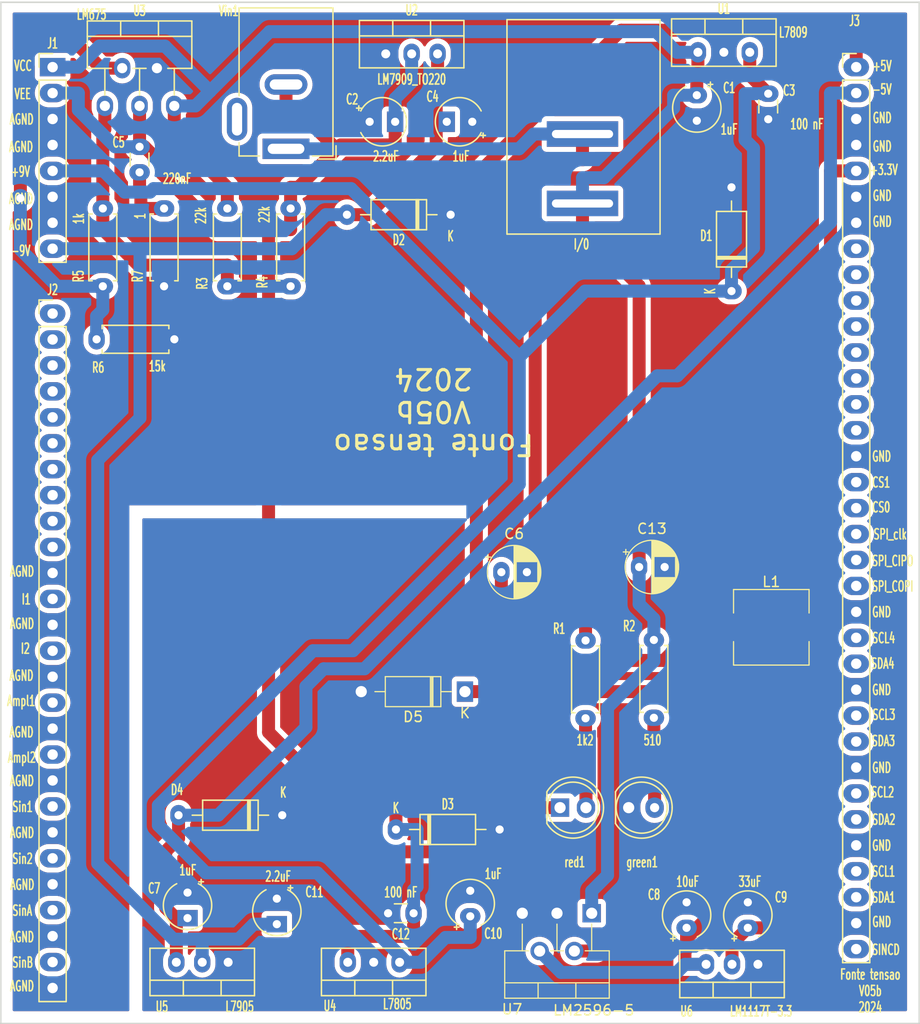
<source format=kicad_pcb>
(kicad_pcb (version 20221018) (generator pcbnew)
  (title_block (title "Barramento do EITduino") (date "2023-08-14") (rev "v02") (company "EITduino") (comment 1 "Autor: Gustavo Pinheiro") (comment 2 "Barramento proposto para uma placa 90x100 mm") (comment 3 "placa de face simples") (comment 4 "Pinos AGND e DGND"))
  (layers (0 "F.Cu" signal) (31 "B.Cu" signal) (34 "B.Paste" user) (35 "F.Paste" user) (36 "B.SilkS" user "B.Silkscreen") (37 "F.SilkS" user "F.Silkscreen") (38 "B.Mask" user) (39 "F.Mask" user) (44 "Edge.Cuts" user))
  (net 0 "")
  (net 1 "+9V")
  (net 2 "-9V")
  (net 3 "+5V")
  (net 4 "-5V")
  (net 5 "+3.3V")
  (net 12 "Earth")
  (net 14 "I1")
  (net 15 "I2")
  (net 16 "Ampl1")
  (net 17 "Ampl2")
  (net 18 "Sin1")
  (net 19 "Sin2")
  (net 20 "SinA")
  (net 21 "SinB")
  (net 23 "SPI_COPI")
  (net 24 "SPI_CIPO")
  (net 25 "SPI_clk")
  (net 26 "CS1")
  (net 27 "CS0")
  (net 28 "SCL3")
  (net 29 "SDA3")
  (net 30 "SCL2")
  (net 31 "SDA2")
  (net 32 "SCL1")
  (net 33 "SDA1")
  (net 34 "VCC")
  (net 35 "VEE")
  (net 46 "SINCD")
  (net 47 "SCL4")
  (net 48 "SDA4")
  (net 49 "Net-(C5-Pad1)")
  (net 50 "Net-(green1-A)")
  (net 51 "Net-(red1-A)")
  (net 52 "Net-(U3-+)")
  (net 53 "Net-(U3--)")
  (net 54 "Vin")
  (net 55 "5V_stepdown")
  (net 56 "Net-(D5-K)")
  (footprint "Diode_THT:D_DO-41_SOD81_P10.16mm_Horizontal" (layer "F.Cu") (at 173.2 79.08 90)
    (fp_text reference "D1")
    (fp_text value "1N5819")
  )
  (footprint "Capacitor_THT:C_Disc_D3.0mm_W1.6mm_P2.50mm" (layer "F.Cu") (at 115.2 67.45 90)
    (fp_text reference "C5")
    (fp_text value "220nF")
  )
  (footprint "Resistor_THT:R_Axial_DIN0207_L6.3mm_D2.5mm_P7.62mm_Horizontal" (layer "F.Cu") (at 117.6 78.61 90)
    (fp_text reference "R7")
    (fp_text value "1")
  )
  (footprint "Package_TO_SOT_THT:TO-220-3_Vertical" (layer "F.Cu") (at 139.3211 55.85)
    (fp_text reference "U2")
    (fp_text value "LM7909_TO220")
  )
  (footprint "Diode_THT:D_DO-41_SOD81_P10.16mm_Horizontal" (layer "F.Cu") (at 147.08 118.3 180)
    (fp_text reference "D5")
    (fp_text value "1N5819")
  )
  (footprint "Resistor_THT:R_Axial_DIN0207_L6.3mm_D2.5mm_P7.62mm_Horizontal" (layer "F.Cu") (at 111.6 70.99 -90)
    (fp_text reference "R5")
    (fp_text value "1k")
  )
  (footprint "Capacitor_THT:CP_Radial_Tantal_D4.5mm_P2.50mm" (layer "F.Cu") (at 147.8 62.5 180)
    (fp_text reference "C4")
    (fp_text value "1uF")
  )
  (footprint "Inductor_SMD:L_7.3x7.3_H4.5" (layer "F.Cu") (at 177.1 112)
    (fp_text reference "L1")
    (fp_text value "33u")
  )
  (footprint "Capacitor_THT:CP_Radial_Tantal_D4.5mm_P2.50mm" (layer "F.Cu") (at 168.8 141.4289 90)
    (fp_text reference "C8")
    (fp_text value "10uF")
  )
  (footprint "Capacitor_THT:CP_Radial_Tantal_D4.5mm_P2.50mm" (layer "F.Cu") (at 169.8 59.9 -90)
    (fp_text reference "C1")
    (fp_text value "1uF")
  )
  (footprint "Resistor_THT:R_Axial_DIN0207_L6.3mm_D2.5mm_P7.62mm_Horizontal" (layer "F.Cu") (at 123.8 70.99 -90)
    (fp_text reference "R3")
    (fp_text value "22k")
  )
  (footprint "Package_TO_SOT_THT:TO-220-5_P3.4x3.7mm_StaggerOdd_Lead3.8mm_Vertical" (layer "F.Cu") (at 111.8 60.95)
    (fp_text reference "U3")
    (fp_text value "LM675")
  )
  (footprint "Resistor_THT:R_Axial_DIN0207_L6.3mm_D2.5mm_P7.62mm_Horizontal" (layer "F.Cu") (at 130 78.61 90)
    (fp_text reference "R4")
    (fp_text value "22k")
  )
  (footprint "Chave_Gangorra:chave gangorra 2 pinos" (layer "F.Cu") (at 166.6 63.7 90)
    (fp_text reference "I/0")
    (fp_text value "Vin")
  )
  (footprint "LED_THT:LED_D5.0mm" (layer "F.Cu") (at 163.125 129.66)
    (fp_text reference "green1")
    (fp_text value "LED")
  )
  (footprint "Connector_PinHeader_2.54mm:PinHeader_1x35_P2.54mm_Vertical" (layer "F.Cu") (at 185.42 57.15)
    (fp_text reference "J3")
    (fp_text value "comunicacao / sinais digitais" hide)
  )
  (footprint "Capacitor_THT:CP_Radial_Tantal_D4.5mm_P2.50mm" (layer "F.Cu") (at 174.8 141.4289 90)
    (fp_text reference "C9")
    (fp_text value "33uF")
  )
  (footprint "Capacitor_THT:CP_Radial_Tantal_D4.5mm_P2.50mm" (layer "F.Cu") (at 128.65 138.5711 -90)
    (fp_text reference "C11")
    (fp_text value "2.2uF")
  )
  (footprint "Package_TO_SOT_THT:TO-220-3_Vertical" (layer "F.Cu") (at 123.88 144.8 180)
    (fp_text reference "U5")
    (fp_text value "L7905")
  )
  (footprint "LED_THT:LED_D5.0mm" (layer "F.Cu") (at 156.4 129.66)
    (fp_text reference "red1")
    (fp_text value "LED")
  )
  (footprint "Capacitor_THT:CP_Radial_Tantal_D4.5mm_P2.50mm" (layer "F.Cu") (at 137.7422 62.5)
    (fp_text reference "C2")
    (fp_text value "2.2uF")
  )
  (footprint "Connector_PinHeader_2.54mm:PinHeader_1x08_P2.54mm_Vertical" (layer "F.Cu") (at 106.68 57.15)
    (fp_text reference "J1")
    (fp_text value "alimentacao analogica" hide)
  )
  (footprint "Connector_PinHeader_2.54mm:PinHeader_1x27_P2.54mm_Vertical" (layer "F.Cu") (at 106.68 81.28)
    (fp_text reference "J2")
    (fp_text value "sinais analogicos" hide)
  )
  (footprint "Diode_THT:D_DO-41_SOD81_P10.16mm_Horizontal" (layer "F.Cu") (at 129.18 130.4 180)
    (fp_text reference "D4")
    (fp_text value "1N5819")
  )
  (footprint "Diode_THT:D_DO-41_SOD81_P10.16mm_Horizontal" (layer "F.Cu") (at 140.32 131.8)
    (fp_text reference "D3")
    (fp_text value "1N5819")
  )
  (footprint "Package_TO_SOT_THT:TO-220-3_Vertical" (layer "F.Cu") (at 175.79 145 180)
    (fp_text reference "U6")
    (fp_text value "LM1117T-3.3")
  )
  (footprint "Capacitor_THT:CP_Radial_D5.0mm_P2.50mm" (layer "F.Cu") (at 150.65 106.6)
    (fp_text reference "C6")
    (fp_text value "220u")
  )
  (footprint "Capacitor_THT:C_Disc_D3.0mm_W1.6mm_P2.50mm" (layer "F.Cu") (at 176.8 59.75 -90)
    (fp_text reference "C3")
    (fp_text value "100 nF")
  )
  (footprint "Capacitor_THT:CP_Radial_D5.0mm_P2.50mm" (layer "F.Cu") (at 164.15 106.1)
    (fp_text reference "C13")
    (fp_text value "680u")
  )
  (footprint "Resistor_THT:R_Axial_DIN0207_L6.3mm_D2.5mm_P7.62mm_Horizontal" (layer "F.Cu") (at 165.5947 113.2412 -90)
    (fp_text reference "R2")
    (fp_text value "510")
  )
  (footprint "Package_TO_SOT_THT:TO-220-5_P3.4x3.7mm_StaggerOdd_Lead3.8mm_Vertical" (layer "F.Cu") (at 159.5 140 180)
    (fp_text reference "U7")
    (fp_text value "LM2596-5")
  )
  (footprint "Capacitor_THT:CP_Radial_Tantal_D4.5mm_P2.50mm" (layer "F.Cu") (at 147.6 140.3 90)
    (fp_text reference "C10")
    (fp_text value "1uF")
  )
  (footprint "Resistor_THT:R_Axial_DIN0207_L6.3mm_D2.5mm_P7.62mm_Horizontal" (layer "F.Cu") (at 110.99 83.8)
    (fp_text reference "R6")
    (fp_text value "15k")
  )
  (footprint "Diode_THT:D_DO-41_SOD81_P10.16mm_Horizontal" (layer "F.Cu") (at 145.68 71.6 180)
    (fp_text reference "D2")
    (fp_text value "1N5819")
  )
  (footprint "Package_TO_SOT_THT:TO-220-3_Vertical" (layer "F.Cu") (at 169.91 55.695)
    (fp_text reference "U1")
    (fp_text value "L7809")
  )
  (footprint "Capacitor_THT:C_Disc_D3.0mm_W1.6mm_P2.50mm" (layer "F.Cu") (at 142.05 140 180)
    (fp_text reference "C12")
    (fp_text value "100 nF")
  )
  (footprint "Capacitor_THT:CP_Radial_Tantal_D4.5mm_P2.50mm" (layer "F.Cu") (at 119.9 137.9786 -90)
    (fp_text reference "C7")
    (fp_text value "1uF")
  )
  (footprint "Package_TO_SOT_THT:TO-220-3_Vertical" (layer "F.Cu") (at 140.68 144.8 180)
    (fp_text reference "U4")
    (fp_text value "L7805")
  )
  (footprint "Connector_BarrelJack:BarrelJack_GCT_DCJ200-10-A_Horizontal" (layer "F.Cu") (at 129.55 65.15 180)
    (fp_text reference "Vin1")
    (fp_text value "Vin")
  )
  (footprint "Resistor_THT:R_Axial_DIN0207_L6.3mm_D2.5mm_P7.62mm_Horizontal" (layer "F.Cu") (at 158.9 113.29 -90)
    (fp_text reference "R1")
    (fp_text value "1k2")
  )
  (gr_line (start 191.6 50.8) (end 101.6 50.8) (stroke (width 0.15)) (layer "Edge.Cuts"))
  (gr_line (start 191.6 150.8) (end 191.6 50.8) (stroke (width 0.15)) (layer "Edge.Cuts"))
  (gr_line (start 191.59982 150.7998) (end 101.6 150.7998) (stroke (width 0.15)) (layer "Edge.Cuts"))
  (gr_line (start 101.6 50.8) (end 101.6 150.7998) (stroke (width 0.15)) (layer "Edge.Cuts"))
  (gr_text "SDA1" (at 186.8967 138.452966) (layer "F.SilkS") (effects (font (size 1 0.6) (thickness 0.15) bold) (justify left)))
  (gr_text "AGND" (at 102.314418 64.968158) (layer "F.SilkS") (effects (font (size 1 0.6) (thickness 0.15) bold) (justify left)))
  (gr_text "SinA" (at 102.652955 139.742119) (layer "F.SilkS") (effects (font (size 1 0.6) (thickness 0.15) bold) (justify left)))
  (gr_text "SPI_CIPO\n" (at 189 105.5) (layer "F.SilkS") (effects (font (size 1 0.6) (thickness 0.15) bold)))
  (gr_text "GND" (at 186.8967 118.132966) (layer "F.SilkS") (effects (font (size 1 0.6) (thickness 0.15) bold) (justify left)))
  (gr_text "CS1" (at 186.8967 97.812966) (layer "F.SilkS") (effects (font (size 1 0.6) (thickness 0.15) bold) (justify left)))
  (gr_text "GND" (at 186.955818 72.866258) (layer "F.SilkS") (effects (font (size 1 0.6) (thickness 0.15) bold) (justify left bottom)))
  (gr_text "-9V" (at 102.568418 75.128158) (layer "F.SilkS") (effects (font (size 1 0.6) (thickness 0.15) bold) (justify left)))
  (gr_text "AGND" (at 102.441415 137.208672) (layer "F.SilkS") (effects (font (size 1 0.6) (thickness 0.15) bold) (justify left)))
  (gr_text "AGND" (at 102.415048 112.238762) (layer "F.SilkS") (effects (font (size 1 0.6) (thickness 0.15) bold) (justify left bottom)))
  (gr_text "GND" (at 186.8967 125.752966) (layer "F.SilkS") (effects (font (size 1 0.6) (thickness 0.15) bold) (justify left)))
  (gr_text "+3.3V" (at 186.701818 67.786258) (layer "F.SilkS") (effects (font (size 1 0.6) (thickness 0.15) bold) (justify left bottom)))
  (gr_text "GND" (at 186.955818 65.500258) (layer "F.SilkS") (effects (font (size 1 0.6) (thickness 0.15) bold) (justify left bottom)))
  (gr_text "AGND" (at 102.314418 72.588158) (layer "F.SilkS") (effects (font (size 1 0.6) (thickness 0.15) bold) (justify left)))
  (gr_text "GND" (at 186.8967 110.512966) (layer "F.SilkS") (effects (font (size 1 0.6) (thickness 0.15) bold) (justify left)))
  (gr_text "AGND" (at 102.408342 147.725608) (layer "F.SilkS") (effects (font (size 1 0.6) (thickness 0.15) bold) (justify left bottom)))
  (gr_text "Sin1" (at 102.652955 129.582119) (layer "F.SilkS") (effects (font (size 1 0.6) (thickness 0.15) bold) (justify left)))
  (gr_text "AGND" (at 102.414926 132.122118) (layer "F.SilkS") (effects (font (size 1 0.6) (thickness 0.15) bold) (justify left)))
  (gr_text "+5V\n" (at 186.955818 57.626258) (layer "F.SilkS") (effects (font (size 1 0.6) (thickness 0.15) bold) (justify left bottom)))
  (gr_text "SCL2" (at 186.7967 128.152966) (layer "F.SilkS") (effects (font (size 1 0.6) (thickness 0.15) bold) (justify left)))
  (gr_text "-5V" (at 186.955818 59.912258) (layer "F.SilkS") (effects (font (size 1 0.6) (thickness 0.15) bold) (justify left bottom)))
  (gr_text "AGND" (at 102.373918 62.266501) (layer "F.SilkS") (effects (font (size 1 0.6) (thickness 0.15) bold) (justify left)))
  (gr_text "Fonte tensao\nV05b\n2024" (at 144 86.5 180) (layer "F.SilkS") (effects (font (size 2 2) (thickness 0.3)) (justify bottom)))
  (gr_text "SDA3" (at 186.859509 123.716321) (layer "F.SilkS") (effects (font (size 1 0.6) (thickness 0.15) bold) (justify left bottom)))
  (gr_text "SDA4\n" (at 186.7967 115.552966) (layer "F.SilkS") (effects (font (size 1 0.6) (thickness 0.15) bold) (justify left)))
  (gr_text "Ampl2" (at 102.190097 124.753588) (layer "F.SilkS") (effects (font (size 1 0.6) (thickness 0.15) bold) (justify left)))
  (gr_text "GND" (at 186.955818 62.706258) (layer "F.SilkS") (effects (font (size 1 0.6) (thickness 0.15) bold) (justify left bottom)))
  (gr_text "SINCD" (at 186.89297 143.574095) (layer "F.SilkS") (effects (font (size 1 0.6) (thickness 0.15) bold) (justify left)))
  (gr_text "AGND" (at 102.314418 70.048158) (layer "F.SilkS") (effects (font (size 1 0.6) (thickness 0.15) bold) (justify left)))
  (gr_text "CS0" (at 186.8967 100.25) (layer "F.SilkS") (effects (font (size 1 0.6) (thickness 0.15) bold) (justify left)))
  (gr_text "VCC" (at 102.822418 57.602158) (layer "F.SilkS") (effects (font (size 1 0.6) (thickness 0.15) bold) (justify left bottom)))
  (gr_text "VEE\n" (at 102.855208 59.778606) (layer "F.SilkS") (effects (font (size 1 0.6) (thickness 0.15) bold) (justify left)))
  (gr_text "I2\n" (at 103.481993 114.67284) (layer "F.SilkS") (effects (font (size 1 0.6) (thickness 0.15) bold) (justify left bottom)))
  (gr_text "SCL4\n" (at 186.8967 113.052966) (layer "F.SilkS") (effects (font (size 1 0.6) (thickness 0.15) bold) (justify left)))
  (gr_text "GND" (at 186.955818 70.326258) (layer "F.SilkS") (effects (font (size 1 0.6) (thickness 0.15) bold) (justify left bottom)))
  (gr_text "SinB" (at 102.652955 144.822119) (layer "F.SilkS") (effects (font (size 1 0.6) (thickness 0.15) bold) (justify left)))
  (gr_text "AGND" (at 102.401941 127.042119) (layer "F.SilkS") (effects (font (size 1 0.6) (thickness 0.15) bold) (justify left)))
  (gr_text "SDA2" (at 186.8967 130.832966) (layer "F.SilkS") (effects (font (size 1 0.6) (thickness 0.15) bold) (justify left)))
  (gr_text "SPI_clk\n" (at 188.75 102.892966) (layer "F.SilkS") (effects (font (size 1 0.6) (thickness 0.15) bold)))
  (gr_text "GND" (at 186.8967 95.272966) (layer "F.SilkS") (effects (font (size 1 0.6) (thickness 0.15) bold) (justify left)))
  (gr_text "AGND" (at 102.352029 117.31861) (layer "F.SilkS") (effects (font (size 1 0.6) (thickness 0.15) bold) (justify left bottom)))
  (gr_text "I1" (at 103.565958 109.262271) (layer "F.SilkS") (effects (font (size 1 0.6) (thickness 0.15) bold) (justify left)))
  (gr_text "GND" (at 186.9078 141.435253) (layer "F.SilkS") (effects (font (size 1 0.6) (thickness 0.15) bold) (justify left bottom)))
  (gr_text "AGND" (at 102.355457 122.273179) (layer "F.SilkS") (effects (font (size 1 0.6) (thickness 0.15) bold) (justify left)))
  (gr_text "AGND" (at 102.408342 142.334851) (layer "F.SilkS") (effects (font (size 1 0.6) (thickness 0.15) bold) (justify left)))
  (gr_text "Sin2\n" (at 102.652955 134.662119) (layer "F.SilkS") (effects (font (size 1 0.6) (thickness 0.15) bold) (justify left)))
  (gr_text "+9V\n" (at 102.53014 67.379378) (layer "F.SilkS") (effects (font (size 1 0.6) (thickness 0.15) bold) (justify left)))
  (gr_text "AGND" (at 102.415048 107.119197) (layer "F.SilkS") (effects (font (size 1 0.6) (thickness 0.15) bold) (justify left bottom)))
  (gr_text "GND" (at 186.8967 133.372966) (layer "F.SilkS") (effects (font (size 1 0.6) (thickness 0.15) bold) (justify left)))
  (gr_text "Fonte tensao\nV05b\n2024" (at 186.8 149.8) (layer "F.SilkS") (effects (font (size 1 0.6) (thickness 0.15) bold) (justify bottom)))
  (gr_text "SCL1\n" (at 186.8967 135.912966) (layer "F.SilkS") (effects (font (size 1 0.6) (thickness 0.15) bold) (justify left)))
  (gr_text "SPI_COPI\n" (at 189 108) (layer "F.SilkS") (effects (font (size 1 0.6) (thickness 0.15) bold)))
  (gr_text "SCL3" (at 186.923306 121.14851) (layer "F.SilkS") (effects (font (size 1 0.6) (thickness 0.15) bold) (justify left bottom)))
  (gr_text "Ampl1" (at 102.123953 119.79277) (layer "F.SilkS") (effects (font (size 1 0.6) (thickness 0.15) bold) (justify left bottom)))
  (segment (start 176.8 59.75) (end 175.015 57.965) (width 1.27) (layer "F.Cu") (net 1))
  (segment (start 175.015 57.965) (end 174.99 57.965) (width 1.27) (layer "F.Cu") (net 1))
  (segment (start 174.99 55.695) (end 174.99 57.965) (width 1.27) (layer "F.Cu") (net 1))
  (segment (start 152.4055 85.5282) (end 158.8537 79.08) (width 1.27) (layer "B.Cu") (net 1))
  (segment (start 117.0409 131.3835) (end 117.0409 129.442597) (width 1.27) (layer "B.Cu") (net 1))
  (segment (start 175.3559 74.8541) (end 173.2 77.01) (width 1.27) (layer "B.Cu") (net 1))
  (segment (start 141.715 144.8) (end 141.3708 144.8) (width 1.27) (layer "B.Cu") (net 1))
  (segment (start 174.53 64.2739) (end 175.3559 65.0998) (width 1.27) (layer "B.Cu") (net 1))
  (segment (start 141.3708 144.8) (end 132.614 136.0432) (width 1.27) (layer "B.Cu") (net 1))
  (segment (start 135.9235 69.0462) (end 152.4055 85.5282) (width 1.27) (layer "B.Cu") (net 1))
  (segment (start 176.8 59.75) (end 174.53 59.75) (width 1.27) (layer "B.Cu") (net 1))
  (segment (start 117.0409 129.442597) (end 132.188497 114.295) (width 1.27) (layer "B.Cu") (net 1))
  (segment (start 175.3559 65.0998) (end 175.3559 74.8541) (width 1.27) (layer "B.Cu") (net 1))
  (segment (start 132.614 136.0432) (end 121.7006 136.0432) (width 1.27) (layer "B.Cu") (net 1))
  (segment (start 116.5738 69.0462) (end 135.9235 69.0462) (width 1.27) (layer "B.Cu") (net 1))
  (segment (start 174.53 59.75) (end 174.53 64.2739) (width 1.27) (layer "B.Cu") (net 1))
  (segment (start 116.2327 69.3873) (end 116.5738 69.0462) (width 1.27) (layer "B.Cu") (net 1))
  (segment (start 132.188497 114.295) (end 136.105 114.295) (width 1.27) (layer "B.Cu") (net 1))
  (segment (start 158.8537 79.08) (end 173.2 79.08) (width 1.27) (layer "B.Cu") (net 1))
  (segment (start 145.18 142.37) (end 142.75 144.8) (width 1.27) (layer "B.Cu") (net 1))
  (segment (start 173.2 79.08) (end 173.2 77.01) (width 1.27) (layer "B.Cu") (net 1))
  (segment (start 113.7374 69.3873) (end 116.2327 69.3873) (width 1.27) (layer "B.Cu") (net 1))
  (segment (start 147.6 140.3) (end 147.6 142.37) (width 1.27) (layer "B.Cu") (net 1))
  (segment (start 136.105 114.295) (end 152.4055 97.9945) (width 1.27) (layer "B.Cu") (net 1))
  (segment (start 152.4055 97.9945) (end 152.4055 85.5282) (width 1.27) (layer "B.Cu") (net 1))
  (segment (start 106.68 67.31) (end 111.6601 67.31) (width 1.27) (layer "B.Cu") (net 1))
  (segment (start 140.68 144.8) (end 141.715 144.8) (width 1.27) (layer "B.Cu") (net 1))
  (segment (start 121.7006 136.0432) (end 117.0409 131.3835) (width 1.27) (layer "B.Cu") (net 1))
  (segment (start 111.6601 67.31) (end 113.7374 69.3873) (width 1.27) (layer "B.Cu") (net 1))
  (segment (start 141.715 144.8) (end 142.75 144.8) (width 1.27) (layer "B.Cu") (net 1))
  (segment (start 147.6 142.37) (end 145.18 142.37) (width 1.27) (layer "B.Cu") (net 1))
  (segment (start 144.265 58.2561) (end 144.4011 58.12) (width 1.27) (layer "F.Cu") (net 2))
  (segment (start 144.265 62.5) (end 144.265 58.2561) (width 1.27) (layer "F.Cu") (net 2))
  (segment (start 144.4011 55.85) (end 144.4011 58.12) (width 1.27) (layer "F.Cu") (net 2))
  (segment (start 135.52 71.6) (end 137.59 71.6) (width 1.27) (layer "F.Cu") (net 2))
  (segment (start 144.265 64.925) (end 144.265 62.5) (width 1.27) (layer "F.Cu") (net 2))
  (segment (start 137.59 71.6) (end 144.265 64.925) (width 1.27) (layer "F.Cu") (net 2))
  (segment (start 145.3 62.5) (end 144.265 62.5) (width 1.27) (layer "F.Cu") (net 2))
  (segment (start 124.9211 142.53) (end 126.38 141.0711) (width 1.27) (layer "B.Cu") (net 2))
  (segment (start 118.5151 142.5393) (end 121.2147 142.5393) (width 1.27) (layer "B.Cu") (net 2))
  (segment (start 115.243 91.5) (end 111.1 95.643) (width 1.27) (layer "B.Cu") (net 2))
  (segment (start 121.34 144.8) (end 121.34 143.0399) (width 1.27) (layer "B.Cu") (net 2))
  (segment (start 115.243 74.93) (end 115.243 91.5) (width 1.27) (layer "B.Cu") (net 2))
  (segment (start 115.243 74.93) (end 130.12 74.93) (width 1.27) (layer "B.Cu") (net 2))
  (segment (start 121.34 142.6646) (end 121.34 142.53) (width 1.27) (layer "B.Cu") (net 2))
  (segment (start 121.2147 142.5393) (end 121.34 142.6646) (width 1.27) (layer "B.Cu") (net 2))
  (segment (start 106.68 74.93) (end 109.2 74.93) (width 1.27) (layer "B.Cu") (net 2))
  (segment (start 130.12 74.93) (end 133.45 71.6) (width 1.27) (layer "B.Cu") (net 2))
  (segment (start 121.34 142.53) (end 124.9211 142.53) (width 1.27) (layer "B.Cu") (net 2))
  (segment (start 111.1 95.643) (end 111.1 135.1242) (width 1.27) (layer "B.Cu") (net 2))
  (segment (start 135.52 71.6) (end 133.45 71.6) (width 1.27) (layer "B.Cu") (net 2))
  (segment (start 109.2 74.93) (end 115.243 74.93) (width 1.27) (layer "B.Cu") (net 2))
  (segment (start 121.34 143.0399) (end 121.34 142.6646) (width 1.27) (layer "B.Cu") (net 2))
  (segment (start 128.65 141.0711) (end 126.38 141.0711) (width 1.27) (layer "B.Cu") (net 2))
  (segment (start 111.1 135.1242) (end 118.5151 142.5393) (width 1.27) (layer "B.Cu") (net 2))
  (segment (start 148.7146 72.5656) (end 148.2 73.0802) (width 1.27) (layer "F.Cu") (net 3))
  (segment (start 183.9732 53.5332) (end 162.3971 53.5332) (width 1.27) (layer "F.Cu") (net 3))
  (segment (start 142.05 140) (end 142.05 142.27) (width 1.27) (layer "F.Cu") (net 3))
  (segment (start 162.3971 53.5332) (end 148.7146 67.2157) (width 1.27) (layer "F.Cu") (net 3))
  (segment (start 148.2 73.0802) (end 148.2 112.71) (width 1.27) (layer "F.Cu") (net 3))
  (segment (start 185.42 54.98) (end 183.9732 53.5332) (width 1.27) (layer "F.Cu") (net 3))
  (segment (start 140.32 120.59) (end 140.32 131.8) (width 1.27) (layer "F.Cu") (net 3))
  (segment (start 148.2 112.71) (end 140.32 120.59) (width 1.27) (layer "F.Cu") (net 3))
  (segment (start 185.42 57.15) (end 185.42 54.98) (width 1.27) (layer "F.Cu") (net 3))
  (segment (start 142.05 142.27) (end 135.86 142.27) (width 1.27) (layer "F.Cu") (net 3))
  (segment (start 135.86 142.27) (end 135.6 142.53) (width 1.27) (layer "F.Cu") (net 3))
  (segment (start 148.7146 67.2157) (end 148.7146 72.5656) (width 1.27) (layer "F.Cu") (net 3))
  (segment (start 135.6 144.8) (end 135.6 142.53) (width 1.27) (layer "F.Cu") (net 3))
  (segment (start 140.32 131.8) (end 142.39 131.8) (width 1.27) (layer "B.Cu") (net 3))
  (segment (start 142.05 137.73) (end 142.39 137.39) (width 1.27) (layer "B.Cu") (net 3))
  (segment (start 142.39 137.39) (end 142.39 131.8) (width 1.27) (layer "B.Cu") (net 3))
  (segment (start 142.05 140) (end 142.05 137.73) (width 1.27) (layer "B.Cu") (net 3))
  (segment (start 119.02 132.67) (end 117.7591 133.9309) (width 1.27) (layer "F.Cu") (net 4))
  (segment (start 118.8 140.5136) (end 118.8 144.8) (width 1.27) (layer "F.Cu") (net 4))
  (segment (start 117.7591 133.9309) (end 117.7591 139.4727) (width 1.27) (layer "F.Cu") (net 4))
  (segment (start 119.9 140.4786) (end 118.765 140.4786) (width 1.27) (layer "F.Cu") (net 4))
  (segment (start 118.765 140.4786) (end 118.8 140.5136) (width 1.27) (layer "F.Cu") (net 4))
  (segment (start 117.7591 139.4727) (end 118.765 140.4786) (width 1.27) (layer "F.Cu") (net 4))
  (segment (start 119.02 130.4) (end 119.02 132.67) (width 1.27) (layer "F.Cu") (net 4))
  (segment (start 165.9233 87.3767) (end 167.8792 87.3767) (width 1.27) (layer "B.Cu") (net 4))
  (segment (start 137.235 116.065) (end 165.9233 87.3767) (width 1.27) (layer "B.Cu") (net 4))
  (segment (start 119.02 130.4) (end 122.9 130.4) (width 1.27) (layer "B.Cu") (net 4))
  (segment (start 167.8792 87.3767) (end 182.9 72.3559) (width 1.27) (layer "B.Cu") (net 4))
  (segment (start 133.235 116.065) (end 137.235 116.065) (width 1.27) (layer "B.Cu") (net 4))
  (segment (start 182.9 72.3559) (end 182.9 59.69) (width 1.27) (layer "B.Cu") (net 4))
  (segment (start 131.5 121.8) (end 131.5 117.8) (width 1.27) (layer "B.Cu") (net 4))
  (segment (start 131.5 117.8) (end 133.235 116.065) (width 1.27) (layer "B.Cu") (net 4))
  (segment (start 122.9 130.4) (end 131.5 121.8) (width 1.27) (layer "B.Cu") (net 4))
  (segment (start 182.9 59.69) (end 185.42 59.69) (width 1.27) (layer "B.Cu") (net 4))
  (segment (start 185.42 67.31) (end 182.9 67.31) (width 1.27) (layer "F.Cu") (net 5))
  (segment (start 173.25 142.73) (end 173.4989 142.73) (width 1.27) (layer "F.Cu") (net 5))
  (segment (start 182.9 135.5989) (end 177.07 141.4289) (width 1.27) (layer "F.Cu") (net 5))
  (segment (start 173.25 145) (end 173.25 142.73) (width 1.27) (layer "F.Cu") (net 5))
  (segment (start 182.9 67.31) (end 182.9 135.5989) (width 1.27) (layer "F.Cu") (net 5))
  (segment (start 173.4989 142.73) (end 174.8 141.4289) (width 1.27) (layer "F.Cu") (net 5))
  (segment (start 174.8 141.4289) (end 177.07 141.4289) (width 1.27) (layer "F.Cu") (net 5))
  (segment (start 123.8 68.92) (end 118.6 63.72) (width 1.27) (layer "F.Cu") (net 34))
  (segment (start 164.15 78.57) (end 164.15 106.1) (width 1.27) (layer "F.Cu") (net 34))
  (segment (start 158.6 73.02) (end 164.15 78.57) (width 1.27) (layer "F.Cu") (net 34))
  (segment (start 169.8 58.075) (end 169.8 59.9) (width 1.27) (layer "F.Cu") (net 34))
  (segment (start 118.6 63.72) (end 118.6 60.95) (width 1.27) (layer "F.Cu") (net 34))
  (segment (start 123.8 70.99) (end 123.8 68.92) (width 1.27) (layer "F.Cu") (net 34))
  (segment (start 169.91 55.695) (end 169.91 57.965) (width 1.27) (layer "F.Cu") (net 34))
  (segment (start 158.6 70.5) (end 158.6 73.02) (width 1.27) (layer "F.Cu") (net 34))
  (segment (start 169.91 57.965) (end 169.8 58.075) (width 1.27) (layer "F.Cu") (net 34))
  (segment (start 164.15 109.7265) (end 165.5947 111.1712) (width 1.27) (layer "B.Cu") (net 34))
  (segment (start 165.5947 113.2412) (end 165.5947 111.1712) (width 1.27) (layer "B.Cu") (net 34))
  (segment (start 161.0523 119.8536) (end 161.0523 136.2777) (width 1.27) (layer "B.Cu") (net 34))
  (segment (start 127.9432 53.6768) (end 122.1078 59.5122) (width 1.27) (layer "B.Cu") (net 34))
  (segment (start 111.2567 55.0933) (end 109.2 57.15) (width 1.27) (layer "B.Cu") (net 34))
  (segment (start 165.5947 113.2412) (end 165.5947 115.3112) (width 1.27) (layer "B.Cu") (net 34))
  (segment (start 159.5 140) (end 159.5 137.83) (width 1.27) (layer "B.Cu") (net 34))
  (segment (start 122.1078 59.5122) (end 117.6889 55.0933) (width 1.27) (layer "B.Cu") (net 34))
  (segment (start 165.5947 115.3112) (end 161.0523 119.8536) (width 1.27) (layer "B.Cu") (net 34))
  (segment (start 106.68 57.15) (end 109.2 57.15) (width 1.27) (layer "B.Cu") (net 34))
  (segment (start 165.8218 53.6768) (end 127.9432 53.6768) (width 1.27) (layer "B.Cu") (net 34))
  (segment (start 161.0523 136.2777) (end 159.5 137.83) (width 1.27) (layer "B.Cu") (net 34))
  (segment (start 117.6889 55.0933) (end 111.2567 55.0933) (width 1.27) (layer "B.Cu") (net 34))
  (segment (start 169.91 55.695) (end 167.84 55.695) (width 1.27) (layer "B.Cu") (net 34))
  (segment (start 167.53 61.1525) (end 160.7025 67.98) (width 1.27) (layer "B.Cu") (net 34))
  (segment (start 122.1078 59.5122) (end 120.67 60.95) (width 1.27) (layer "B.Cu") (net 34))
  (segment (start 118.6 60.95) (end 120.67 60.95) (width 1.27) (layer "B.Cu") (net 34))
  (segment (start 167.53 59.9) (end 167.53 61.1525) (width 1.27) (layer "B.Cu") (net 34))
  (segment (start 158.6 70.5) (end 158.6 67.98) (width 1.27) (layer "B.Cu") (net 34))
  (segment (start 169.8 59.9) (end 167.53 59.9) (width 1.27) (layer "B.Cu") (net 34))
  (segment (start 164.15 106.1) (end 164.15 109.7265) (width 1.27) (layer "B.Cu") (net 34))
  (segment (start 167.84 55.695) (end 165.8218 53.6768) (width 1.27) (layer "B.Cu") (net 34))
  (segment (start 160.7025 67.98) (end 158.6 67.98) (width 1.27) (layer "B.Cu") (net 34))
  (segment (start 134.5027 65.1788) (end 130.7615 68.92) (width 1.27) (layer "F.Cu") (net 35))
  (segment (start 140.2422 62.5) (end 140.2422 64.77) (width 1.27) (layer "F.Cu") (net 35))
  (segment (start 117.3987 66.666) (end 115.6827 64.95) (width 1.27) (layer "F.Cu") (net 35))
  (segment (start 115.6827 64.95) (end 115.2 64.95) (width 1.27) (layer "F.Cu") (net 35))
  (segment (start 129.55 58.85) (end 129.55 61.12) (width 1.27) (layer "F.Cu") (net 35))
  (segment (start 115.2 60.95) (end 115.2 64.95) (width 1.27) (layer "F.Cu") (net 35))
  (segment (start 130.7615 68.92) (end 130 68.92) (width 1.27) (layer "F.Cu") (net 35))
  (segment (start 134.9115 64.77) (end 134.5027 65.1788) (width 1.27) (layer "F.Cu") (net 35))
  (segment (start 139.5479 133.9858) (end 151.2604 133.9858) (width 1.27) (layer "F.Cu") (net 35))
  (segment (start 151.2604 133.9858) (end 154.23 131.0162) (width 1.27) (layer "F.Cu") (net 35))
  (segment (start 122.8772 73.06) (end 117.3987 67.5815) (width 1.27) (layer "F.Cu") (net 35))
  (segment (start 127.8394 73.06) (end 127.8394 122.2773) (width 1.27) (layer "F.Cu") (net 35))
  (segment (start 154.23 131.0162) (end 154.23 129.66) (width 1.27) (layer "F.Cu") (net 35))
  (segment (start 130 70.99) (end 130 73.06) (width 1.27) (layer "F.Cu") (net 35))
  (segment (start 156.4 129.66) (end 154.23 129.66) (width 1.27) (layer "F.Cu") (net 35))
  (segment (start 130 73.06) (end 127.8394 73.06) (width 1.27) (layer "F.Cu") (net 35))
  (segment (start 117.3987 67.5815) (end 117.3987 66.666) (width 1.27) (layer "F.Cu") (net 35))
  (segment (start 130 70.99) (end 130 68.92) (width 1.27) (layer "F.Cu") (net 35))
  (segment (start 130.4438 61.12) (end 134.5027 65.1788) (width 1.27) (layer "F.Cu") (net 35))
  (segment (start 129.55 61.12) (end 130.4438 61.12) (width 1.27) (layer "F.Cu") (net 35))
  (segment (start 140.2422 64.77) (end 134.9115 64.77) (width 1.27) (layer "F.Cu") (net 35))
  (segment (start 127.8394 73.06) (end 122.8772 73.06) (width 1.27) (layer "F.Cu") (net 35))
  (segment (start 127.8394 122.2773) (end 139.5479 133.9858) (width 1.27) (layer "F.Cu") (net 35))
  (segment (start 109.2 61.3379) (end 112.8121 64.95) (width 1.27) (layer "B.Cu") (net 35))
  (segment (start 140.2422 62.5) (end 140.2422 60.23) (width 1.27) (layer "B.Cu") (net 35))
  (segment (start 140.2422 60.23) (end 141.8611 58.6111) (width 1.27) (layer "B.Cu") (net 35))
  (segment (start 109.2 59.69) (end 109.2 61.3379) (width 1.27) (layer "B.Cu") (net 35))
  (segment (start 112.8121 64.95) (end 115.2 64.95) (width 1.27) (layer "B.Cu") (net 35))
  (segment (start 106.68 59.69) (end 109.2 59.69) (width 1.27) (layer "B.Cu") (net 35))
  (segment (start 141.8611 58.6111) (end 141.8611 55.85) (width 1.27) (layer "B.Cu") (net 35))
  (segment (start 115.33 70.99) (end 115.33 69.65) (width 1.27) (layer "F.Cu") (net 49))
  (segment (start 117.6 70.99) (end 115.33 70.99) (width 1.27) (layer "F.Cu") (net 49))
  (segment (start 115.2 67.45) (end 115.2 69.52) (width 1.27) (layer "F.Cu") (net 49))
  (segment (start 115.33 69.65) (end 115.2 69.52) (width 1.27) (layer "F.Cu") (net 49))
  (segment (start 165.665 129.66) (end 165.665 123.0015) (width 1.27) (layer "F.Cu") (net 50))
  (segment (start 165.665 123.0015) (end 165.5947 122.9312) (width 1.27) (layer "F.Cu") (net 50))
  (segment (start 165.5947 120.8612) (end 165.5947 122.9312) (width 1.27) (layer "F.Cu") (net 50))
  (segment (start 158.94 129.66) (end 158.94 123.02) (width 1.27) (layer "F.Cu") (net 51))
  (segment (start 158.94 123.02) (end 158.9 122.98) (width 1.27) (layer "F.Cu") (net 51))
  (segment (start 158.9 120.91) (end 158.9 122.98) (width 1.27) (layer "F.Cu") (net 51))
  (segment (start 123.8 78.61) (end 123.8 76.54) (width 1.27) (layer "F.Cu") (net 52))
  (segment (start 115.08 76.54) (end 111.6 73.06) (width 1.27) (layer "F.Cu") (net 52))
  (segment (start 123.8 76.54) (end 115.08 76.54) (width 1.27) (layer "F.Cu") (net 52))
  (segment (start 111.6 63.42) (end 111.8 63.22) (width 1.27) (layer "F.Cu") (net 52))
  (segment (start 111.8 60.95) (end 111.8 63.22) (width 1.27) (layer "F.Cu") (net 52))
  (segment (start 111.6 70.99) (end 111.6 73.06) (width 1.27) (layer "F.Cu") (net 52))
  (segment (start 111.6 70.99) (end 111.6 63.42) (width 1.27) (layer "F.Cu") (net 52))
  (segment (start 130 78.61) (end 123.8 78.61) (width 1.27) (layer "B.Cu") (net 52))
  (segment (start 113.5 57.25) (end 111.43 57.25) (width 1.27) (layer "F.Cu") (net 53))
  (segment (start 103.52 56.5517) (end 103.52 69.9811) (width 1.27) (layer "F.Cu") (net 53))
  (segment (start 111.43 57.25) (end 109.2931 55.1131) (width 1.27) (layer "F.Cu") (net 53))
  (segment (start 104.9586 55.1131) (end 103.52 56.5517) (width 1.27) (layer "F.Cu") (net 53))
  (segment (start 109.2931 55.1131) (end 104.9586 55.1131) (width 1.27) (layer "F.Cu") (net 53))
  (via (at 103.52 69.9811) (size 1.8) (drill 0.8) (layers "F.Cu" "B.Cu") (net 53))
  (segment (start 111.6 80.92) (end 111.6 78.61) (width 1.27) (layer "B.Cu") (net 53))
  (segment (start 110.99 81.53) (end 111.6 80.92) (width 1.27) (layer "B.Cu") (net 53))
  (segment (start 103.52 75.0094) (end 107.1206 78.61) (width 1.27) (layer "B.Cu") (net 53))
  (segment (start 107.1206 78.61) (end 111.6 78.61) (width 1.27) (layer "B.Cu") (net 53))
  (segment (start 103.52 69.9811) (end 103.52 75.0094) (width 1.27) (layer "B.Cu") (net 53))
  (segment (start 110.99 83.8) (end 110.99 81.53) (width 1.27) (layer "B.Cu") (net 53))
  (segment (start 153.9631 103.906) (end 153.9631 68.7307) (width 1.27) (layer "F.Cu") (net 54))
  (segment (start 156.4738 66.22) (end 158.6 66.22) (width 1.27) (layer "F.Cu") (net 54))
  (segment (start 153.9631 68.7307) (end 156.4738 66.22) (width 1.27) (layer "F.Cu") (net 54))
  (segment (start 158.9 113.29) (end 158.9 108.8429) (width 1.27) (layer "F.Cu") (net 54))
  (segment (start 158.9 108.8429) (end 153.9631 103.906) (width 1.27) (layer "F.Cu") (net 54))
  (segment (start 158.6 63.7) (end 158.6 66.22) (width 1.27) (layer "F.Cu") (net 54))
  (segment (start 152.38 65.15) (end 153.83 63.7) (width 1.27) (layer "B.Cu") (net 54))
  (segment (start 158.6 63.7) (end 153.83 63.7) (width 1.27) (layer "B.Cu") (net 54))
  (segment (start 129.55 65.15) (end 152.38 65.15) (width 1.27) (layer "B.Cu") (net 54))
  (segment (start 180.3 112) (end 178.28 112) (width 1.27) (layer "F.Cu") (net 55))
  (segment (start 169.013 112.7982) (end 166.5645 115.2467) (width 1.27) (layer "F.Cu") (net 55))
  (segment (start 170.71 145) (end 168.64 145) (width 1.27) (layer "F.Cu") (net 55))
  (segment (start 171.2335 140.0304) (end 171.2335 119.0465) (width 1.27) (layer "F.Cu") (net 55))
  (segment (start 169.013 112.3067) (end 169.013 112.7982) (width 1.27) (layer "F.Cu") (net 55))
  (segment (start 168.8 142.4639) (end 168.8 143.4989) (width 1.27) (layer "F.Cu") (net 55))
  (segment (start 171.2335 119.0465) (end 178.28 112) (width 1.27) (layer "F.Cu") (net 55))
  (segment (start 168.8 143.4989) (end 168.64 143.6589) (width 1.27) (layer "F.Cu") (net 55))
  (segment (start 171.6075 109.7122) (end 169.013 112.3067) (width 1.27) (layer "F.Cu") (net 55))
  (segment (start 166.5645 115.2467) (end 157.2267 115.2467) (width 1.27) (layer "F.Cu") (net 55))
  (segment (start 157.2267 115.2467) (end 150.65 108.67) (width 1.27) (layer "F.Cu") (net 55))
  (segment (start 178.28 112) (end 175.9922 109.7122) (width 1.27) (layer "F.Cu") (net 55))
  (segment (start 168.64 143.6589) (end 168.64 145) (width 1.27) (layer "F.Cu") (net 55))
  (segment (start 150.65 106.6) (end 150.65 108.67) (width 1.27) (layer "F.Cu") (net 55))
  (segment (start 168.8 141.4289) (end 168.8 142.4639) (width 1.27) (layer "F.Cu") (net 55))
  (segment (start 168.8 142.4639) (end 171.2335 140.0304) (width 1.27) (layer "F.Cu") (net 55))
  (segment (start 175.9922 109.7122) (end 171.6075 109.7122) (width 1.27) (layer "F.Cu") (net 55))
  (segment (start 170.71 145) (end 168.64 145) (width 1.27) (layer "B.Cu") (net 55))
  (segment (start 168.64 145) (end 167.8452 145.7948) (width 1.27) (layer "B.Cu") (net 55))
  (segment (start 156.4948 145.7948) (end 154.4 143.7) (width 1.27) (layer "B.Cu") (net 55))
  (segment (start 167.8452 145.7948) (end 156.4948 145.7948) (width 1.27) (layer "B.Cu") (net 55))
  (segment (start 167.7643 118.3) (end 149.45 118.3) (width 1.27) (layer "F.Cu") (net 56))
  (segment (start 157.8 143.7) (end 159.97 143.7) (width 1.27) (layer "F.Cu") (net 56))
  (segment (start 171.88 114.1843) (end 167.7643 118.3) (width 1.27) (layer "F.Cu") (net 56))
  (segment (start 147.08 118.3) (end 149.45 118.3) (width 1.27) (layer "F.Cu") (net 56))
  (segment (start 171.88 112) (end 171.88 114.1843) (width 1.27) (layer "F.Cu") (net 56))
  (segment (start 167.7643 118.3) (end 167.7643 135.9057) (width 1.27) (layer "F.Cu") (net 56))
  (segment (start 173.9 112) (end 171.88 112) (width 1.27) (layer "F.Cu") (net 56))
  (segment (start 167.7643 135.9057) (end 159.97 143.7) (width 1.27) (layer "F.Cu") (net 56))
  (zone (net 12) (net_name "Earth") (layers "F&B.Cu") (connect_pads yes (clearance 0.5)) (min_thickness 0.25) (fill yes (thermal_gap 0.5) (thermal_bridge_width 0.5))
    (polygon (pts (xy 102.77 149.59) (xy 102.77 51.8) (xy 190.4 51.8) (xy 190.4 149.59) (xy 115.47 149.59) (xy 115.47 101.33) (xy 147.22 101.33) (xy 147.22 100.06) (xy 114.2 100.06) (xy 114.2 149.59)))
  )
)
</source>
